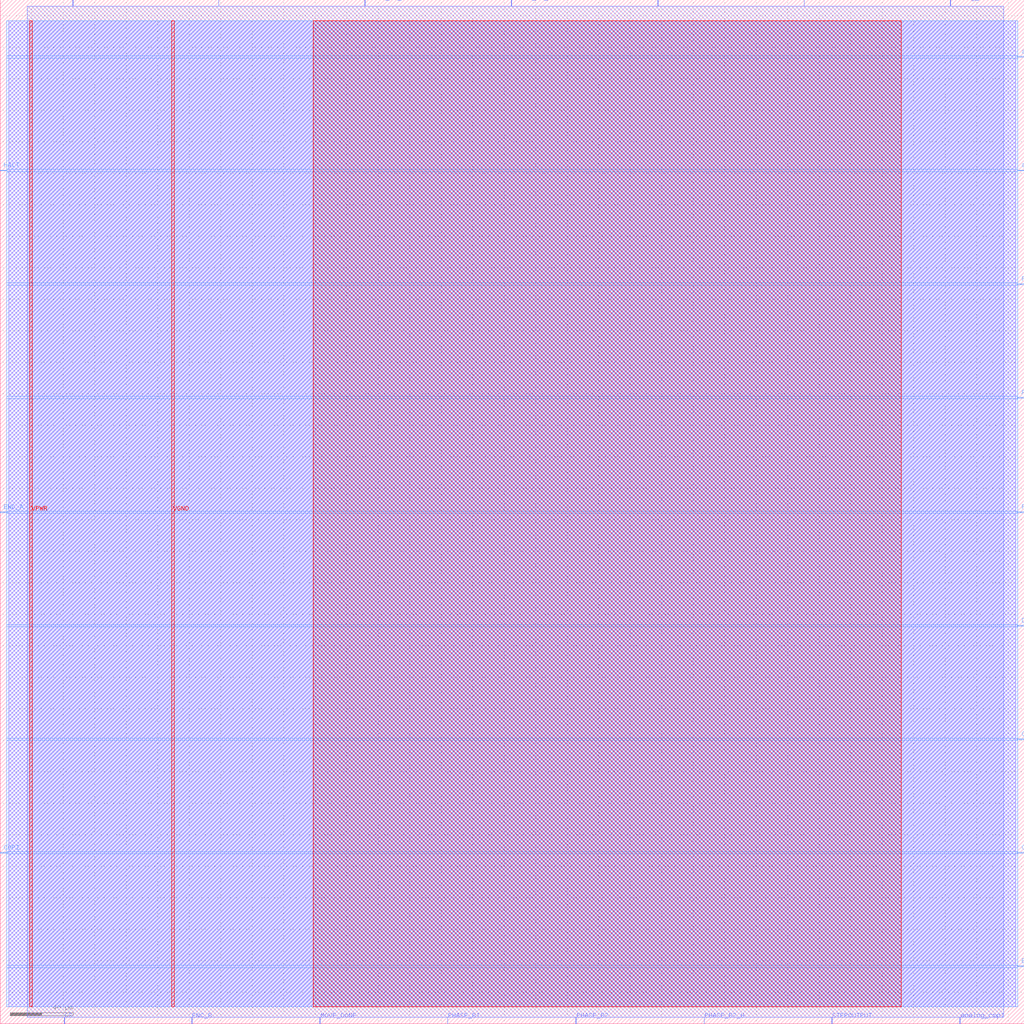
<source format=lef>
VERSION 5.7 ;
  NOWIREEXTENSIONATPIN ON ;
  DIVIDERCHAR "/" ;
  BUSBITCHARS "[]" ;
MACRO rapcore
  CLASS BLOCK ;
  FOREIGN rapcore ;
  ORIGIN 0.000 0.000 ;
  SIZE 650.000 BY 650.000 ;
  PIN BUFFER_DTR
    DIRECTION OUTPUT TRISTATE ;
    PORT
      LAYER met3 ;
        RECT 646.000 36.080 650.000 36.680 ;
    END
  END BUFFER_DTR
  PIN CHARGEPUMP
    DIRECTION OUTPUT TRISTATE ;
    PORT
      LAYER met2 ;
        RECT 46.090 646.000 46.370 650.000 ;
    END
  END CHARGEPUMP
  PIN CIPO
    DIRECTION OUTPUT TRISTATE ;
    PORT
      LAYER met3 ;
        RECT 646.000 108.160 650.000 108.760 ;
    END
  END CIPO
  PIN CLK
    DIRECTION INPUT ;
    PORT
      LAYER met3 ;
        RECT 646.000 180.240 650.000 180.840 ;
    END
  END CLK
  PIN COPI
    DIRECTION INPUT ;
    PORT
      LAYER met3 ;
        RECT 0.000 108.160 4.000 108.760 ;
    END
  END COPI
  PIN CS
    DIRECTION INPUT ;
    PORT
      LAYER met2 ;
        RECT 40.570 0.000 40.850 4.000 ;
    END
  END CS
  PIN DIRINPUT
    DIRECTION INPUT ;
    PORT
      LAYER met2 ;
        RECT 138.550 646.000 138.830 650.000 ;
    END
  END DIRINPUT
  PIN DIROUTPUT
    DIRECTION OUTPUT TRISTATE ;
    PORT
      LAYER met3 ;
        RECT 646.000 252.320 650.000 252.920 ;
    END
  END DIROUTPUT
  PIN ENC_A
    DIRECTION INPUT ;
    PORT
      LAYER met3 ;
        RECT 0.000 324.400 4.000 325.000 ;
    END
  END ENC_A
  PIN ENC_B
    DIRECTION INPUT ;
    PORT
      LAYER met2 ;
        RECT 121.530 0.000 121.810 4.000 ;
    END
  END ENC_B
  PIN HALT
    DIRECTION INPUT ;
    PORT
      LAYER met3 ;
        RECT 0.000 541.320 4.000 541.920 ;
    END
  END HALT
  PIN MOVE_DONE
    DIRECTION OUTPUT TRISTATE ;
    PORT
      LAYER met2 ;
        RECT 202.950 0.000 203.230 4.000 ;
    END
  END MOVE_DONE
  PIN PHASE_A1
    DIRECTION OUTPUT TRISTATE ;
    PORT
      LAYER met3 ;
        RECT 646.000 324.400 650.000 325.000 ;
    END
  END PHASE_A1
  PIN PHASE_A1_H
    DIRECTION OUTPUT TRISTATE ;
    PORT
      LAYER met2 ;
        RECT 231.470 646.000 231.750 650.000 ;
    END
  END PHASE_A1_H
  PIN PHASE_A2
    DIRECTION OUTPUT TRISTATE ;
    PORT
      LAYER met3 ;
        RECT 646.000 397.160 650.000 397.760 ;
    END
  END PHASE_A2
  PIN PHASE_A2_H
    DIRECTION OUTPUT TRISTATE ;
    PORT
      LAYER met2 ;
        RECT 324.390 646.000 324.670 650.000 ;
    END
  END PHASE_A2_H
  PIN PHASE_B1
    DIRECTION OUTPUT TRISTATE ;
    PORT
      LAYER met2 ;
        RECT 283.910 0.000 284.190 4.000 ;
    END
  END PHASE_B1
  PIN PHASE_B1_H
    DIRECTION OUTPUT TRISTATE ;
    PORT
      LAYER met3 ;
        RECT 646.000 469.240 650.000 469.840 ;
    END
  END PHASE_B1_H
  PIN PHASE_B2
    DIRECTION OUTPUT TRISTATE ;
    PORT
      LAYER met2 ;
        RECT 365.330 0.000 365.610 4.000 ;
    END
  END PHASE_B2
  PIN PHASE_B2_H
    DIRECTION OUTPUT TRISTATE ;
    PORT
      LAYER met2 ;
        RECT 446.750 0.000 447.030 4.000 ;
    END
  END PHASE_B2_H
  PIN SCK
    DIRECTION INPUT ;
    PORT
      LAYER met2 ;
        RECT 417.310 646.000 417.590 650.000 ;
    END
  END SCK
  PIN STEPINPUT
    DIRECTION INPUT ;
    PORT
      LAYER met2 ;
        RECT 510.230 646.000 510.510 650.000 ;
    END
  END STEPINPUT
  PIN STEPOUTPUT
    DIRECTION OUTPUT TRISTATE ;
    PORT
      LAYER met2 ;
        RECT 527.710 0.000 527.990 4.000 ;
    END
  END STEPOUTPUT
  PIN analog_cmp1
    DIRECTION INPUT ;
    PORT
      LAYER met2 ;
        RECT 609.130 0.000 609.410 4.000 ;
    END
  END analog_cmp1
  PIN analog_cmp2
    DIRECTION INPUT ;
    PORT
      LAYER met3 ;
        RECT 646.000 541.320 650.000 541.920 ;
    END
  END analog_cmp2
  PIN analog_out1
    DIRECTION OUTPUT TRISTATE ;
    PORT
      LAYER met3 ;
        RECT 646.000 613.400 650.000 614.000 ;
    END
  END analog_out1
  PIN analog_out2
    DIRECTION OUTPUT TRISTATE ;
    PORT
      LAYER met2 ;
        RECT 603.150 646.000 603.430 650.000 ;
    END
  END analog_out2
  PIN VPWR
    DIRECTION INPUT ;
    USE POWER ;
    PORT
      LAYER met4 ;
        RECT 18.720 10.640 20.320 636.720 ;
    END
  END VPWR
  PIN VGND
    DIRECTION INPUT ;
    USE GROUND ;
    PORT
      LAYER met4 ;
        RECT 108.720 10.640 110.320 636.720 ;
    END
  END VGND
  OBS
      LAYER li1 ;
        RECT 5.520 10.795 644.460 636.565 ;
      LAYER met1 ;
        RECT 5.520 10.640 644.460 636.720 ;
      LAYER met2 ;
        RECT 17.110 645.720 45.810 646.000 ;
        RECT 46.650 645.720 138.270 646.000 ;
        RECT 139.110 645.720 231.190 646.000 ;
        RECT 232.030 645.720 324.110 646.000 ;
        RECT 324.950 645.720 417.030 646.000 ;
        RECT 417.870 645.720 509.950 646.000 ;
        RECT 510.790 645.720 602.870 646.000 ;
        RECT 603.710 645.720 637.010 646.000 ;
        RECT 17.110 4.280 637.010 645.720 ;
        RECT 17.110 4.000 40.290 4.280 ;
        RECT 41.130 4.000 121.250 4.280 ;
        RECT 122.090 4.000 202.670 4.280 ;
        RECT 203.510 4.000 283.630 4.280 ;
        RECT 284.470 4.000 365.050 4.280 ;
        RECT 365.890 4.000 446.470 4.280 ;
        RECT 447.310 4.000 527.430 4.280 ;
        RECT 528.270 4.000 608.850 4.280 ;
        RECT 609.690 4.000 637.010 4.280 ;
      LAYER met3 ;
        RECT 4.000 614.400 646.000 636.645 ;
        RECT 4.000 613.000 645.600 614.400 ;
        RECT 4.000 542.320 646.000 613.000 ;
        RECT 4.400 540.920 645.600 542.320 ;
        RECT 4.000 470.240 646.000 540.920 ;
        RECT 4.000 468.840 645.600 470.240 ;
        RECT 4.000 398.160 646.000 468.840 ;
        RECT 4.000 396.760 645.600 398.160 ;
        RECT 4.000 325.400 646.000 396.760 ;
        RECT 4.400 324.000 645.600 325.400 ;
        RECT 4.000 253.320 646.000 324.000 ;
        RECT 4.000 251.920 645.600 253.320 ;
        RECT 4.000 181.240 646.000 251.920 ;
        RECT 4.000 179.840 645.600 181.240 ;
        RECT 4.000 109.160 646.000 179.840 ;
        RECT 4.400 107.760 645.600 109.160 ;
        RECT 4.000 37.080 646.000 107.760 ;
        RECT 4.000 35.680 645.600 37.080 ;
        RECT 4.000 10.715 646.000 35.680 ;
      LAYER met4 ;
        RECT 198.720 10.640 571.945 636.720 ;
  END
END rapcore
END LIBRARY


</source>
